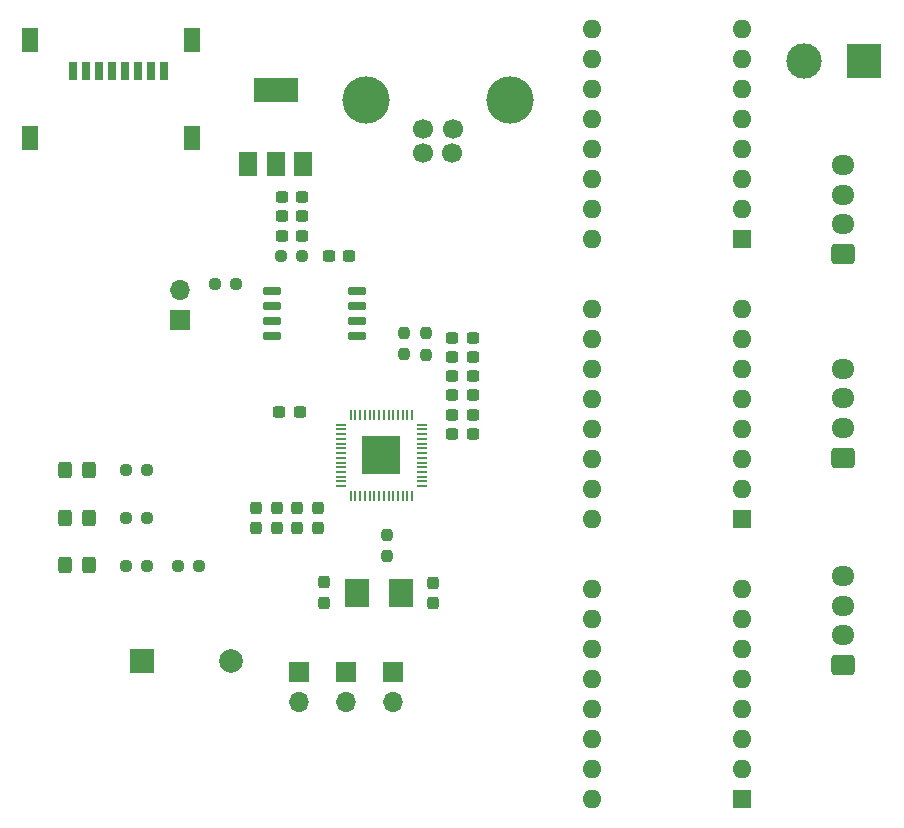
<source format=gts>
%TF.GenerationSoftware,KiCad,Pcbnew,(6.0.6)*%
%TF.CreationDate,2022-10-10T12:51:25+02:00*%
%TF.ProjectId,startrckr_pcb,73746172-7472-4636-9b72-5f7063622e6b,rev?*%
%TF.SameCoordinates,Original*%
%TF.FileFunction,Soldermask,Top*%
%TF.FilePolarity,Negative*%
%FSLAX46Y46*%
G04 Gerber Fmt 4.6, Leading zero omitted, Abs format (unit mm)*
G04 Created by KiCad (PCBNEW (6.0.6)) date 2022-10-10 12:51:25*
%MOMM*%
%LPD*%
G01*
G04 APERTURE LIST*
G04 Aperture macros list*
%AMRoundRect*
0 Rectangle with rounded corners*
0 $1 Rounding radius*
0 $2 $3 $4 $5 $6 $7 $8 $9 X,Y pos of 4 corners*
0 Add a 4 corners polygon primitive as box body*
4,1,4,$2,$3,$4,$5,$6,$7,$8,$9,$2,$3,0*
0 Add four circle primitives for the rounded corners*
1,1,$1+$1,$2,$3*
1,1,$1+$1,$4,$5*
1,1,$1+$1,$6,$7*
1,1,$1+$1,$8,$9*
0 Add four rect primitives between the rounded corners*
20,1,$1+$1,$2,$3,$4,$5,0*
20,1,$1+$1,$4,$5,$6,$7,0*
20,1,$1+$1,$6,$7,$8,$9,0*
20,1,$1+$1,$8,$9,$2,$3,0*%
G04 Aperture macros list end*
%ADD10R,1.700000X1.700000*%
%ADD11O,1.700000X1.700000*%
%ADD12RoundRect,0.237500X-0.300000X-0.237500X0.300000X-0.237500X0.300000X0.237500X-0.300000X0.237500X0*%
%ADD13RoundRect,0.237500X-0.237500X0.250000X-0.237500X-0.250000X0.237500X-0.250000X0.237500X0.250000X0*%
%ADD14RoundRect,0.237500X-0.250000X-0.237500X0.250000X-0.237500X0.250000X0.237500X-0.250000X0.237500X0*%
%ADD15RoundRect,0.237500X-0.237500X0.300000X-0.237500X-0.300000X0.237500X-0.300000X0.237500X0.300000X0*%
%ADD16RoundRect,0.050000X-0.387500X-0.050000X0.387500X-0.050000X0.387500X0.050000X-0.387500X0.050000X0*%
%ADD17RoundRect,0.050000X-0.050000X-0.387500X0.050000X-0.387500X0.050000X0.387500X-0.050000X0.387500X0*%
%ADD18R,3.200000X3.200000*%
%ADD19RoundRect,0.250000X-0.325000X-0.450000X0.325000X-0.450000X0.325000X0.450000X-0.325000X0.450000X0*%
%ADD20RoundRect,0.237500X0.237500X-0.300000X0.237500X0.300000X-0.237500X0.300000X-0.237500X-0.300000X0*%
%ADD21R,1.500000X2.000000*%
%ADD22R,3.800000X2.000000*%
%ADD23RoundRect,0.237500X0.237500X-0.250000X0.237500X0.250000X-0.237500X0.250000X-0.237500X-0.250000X0*%
%ADD24RoundRect,0.250000X0.725000X-0.600000X0.725000X0.600000X-0.725000X0.600000X-0.725000X-0.600000X0*%
%ADD25O,1.950000X1.700000*%
%ADD26R,2.000000X2.400000*%
%ADD27R,3.000000X3.000000*%
%ADD28C,3.000000*%
%ADD29RoundRect,0.150000X-0.650000X-0.150000X0.650000X-0.150000X0.650000X0.150000X-0.650000X0.150000X0*%
%ADD30R,0.800000X1.500000*%
%ADD31R,1.450000X2.000000*%
%ADD32RoundRect,0.237500X0.300000X0.237500X-0.300000X0.237500X-0.300000X-0.237500X0.300000X-0.237500X0*%
%ADD33C,1.700000*%
%ADD34C,4.000000*%
%ADD35R,1.600000X1.600000*%
%ADD36O,1.600000X1.600000*%
%ADD37R,2.000000X2.000000*%
%ADD38C,2.000000*%
G04 APERTURE END LIST*
D10*
%TO.C,J8*%
X189929056Y-115387290D03*
D11*
X189929056Y-117927290D03*
%TD*%
D12*
%TO.C,C3*%
X180536288Y-75207752D03*
X182261288Y-75207752D03*
%TD*%
D13*
%TO.C,R9*%
X192768015Y-86722869D03*
X192768015Y-88547869D03*
%TD*%
D12*
%TO.C,C8*%
X194969729Y-88724163D03*
X196694729Y-88724163D03*
%TD*%
%TO.C,C6*%
X194969729Y-87118106D03*
X196694729Y-87118106D03*
%TD*%
D14*
%TO.C,R4*%
X167330484Y-98361362D03*
X169155484Y-98361362D03*
%TD*%
D15*
%TO.C,C15*%
X181846159Y-101518990D03*
X181846159Y-103243990D03*
%TD*%
D16*
%TO.C,U1*%
X185528938Y-94491022D03*
X185528938Y-94891022D03*
X185528938Y-95291022D03*
X185528938Y-95691022D03*
X185528938Y-96091022D03*
X185528938Y-96491022D03*
X185528938Y-96891022D03*
X185528938Y-97291022D03*
X185528938Y-97691022D03*
X185528938Y-98091022D03*
X185528938Y-98491022D03*
X185528938Y-98891022D03*
X185528938Y-99291022D03*
X185528938Y-99691022D03*
D17*
X186366438Y-100528522D03*
X186766438Y-100528522D03*
X187166438Y-100528522D03*
X187566438Y-100528522D03*
X187966438Y-100528522D03*
X188366438Y-100528522D03*
X188766438Y-100528522D03*
X189166438Y-100528522D03*
X189566438Y-100528522D03*
X189966438Y-100528522D03*
X190366438Y-100528522D03*
X190766438Y-100528522D03*
X191166438Y-100528522D03*
X191566438Y-100528522D03*
D16*
X192403938Y-99691022D03*
X192403938Y-99291022D03*
X192403938Y-98891022D03*
X192403938Y-98491022D03*
X192403938Y-98091022D03*
X192403938Y-97691022D03*
X192403938Y-97291022D03*
X192403938Y-96891022D03*
X192403938Y-96491022D03*
X192403938Y-96091022D03*
X192403938Y-95691022D03*
X192403938Y-95291022D03*
X192403938Y-94891022D03*
X192403938Y-94491022D03*
D17*
X191566438Y-93653522D03*
X191166438Y-93653522D03*
X190766438Y-93653522D03*
X190366438Y-93653522D03*
X189966438Y-93653522D03*
X189566438Y-93653522D03*
X189166438Y-93653522D03*
X188766438Y-93653522D03*
X188366438Y-93653522D03*
X187966438Y-93653522D03*
X187566438Y-93653522D03*
X187166438Y-93653522D03*
X186766438Y-93653522D03*
X186366438Y-93653522D03*
D18*
X188966438Y-97091022D03*
%TD*%
D10*
%TO.C,J7*%
X185939838Y-115387290D03*
D11*
X185939838Y-117927290D03*
%TD*%
D15*
%TO.C,C12*%
X183586785Y-101518990D03*
X183586785Y-103243990D03*
%TD*%
D19*
%TO.C,D2*%
X162199138Y-102369165D03*
X164249138Y-102369165D03*
%TD*%
D14*
%TO.C,R12*%
X180452997Y-80219237D03*
X182277997Y-80219237D03*
%TD*%
D20*
%TO.C,C5*%
X193375247Y-109607782D03*
X193375247Y-107882782D03*
%TD*%
D14*
%TO.C,R11*%
X174846293Y-82608179D03*
X176671293Y-82608179D03*
%TD*%
D20*
%TO.C,C4*%
X184104057Y-109547192D03*
X184104057Y-107822192D03*
%TD*%
D21*
%TO.C,U2*%
X177699461Y-72448786D03*
D22*
X179999461Y-66148786D03*
D21*
X179999461Y-72448786D03*
X182299461Y-72448786D03*
%TD*%
D14*
%TO.C,R7*%
X171726981Y-106419691D03*
X173551981Y-106419691D03*
%TD*%
D23*
%TO.C,R10*%
X189409240Y-105629305D03*
X189409240Y-103804305D03*
%TD*%
D15*
%TO.C,C17*%
X178364909Y-101518990D03*
X178364909Y-103243990D03*
%TD*%
D14*
%TO.C,R6*%
X167330484Y-106471884D03*
X169155484Y-106471884D03*
%TD*%
D13*
%TO.C,R8*%
X190851833Y-86712502D03*
X190851833Y-88537502D03*
%TD*%
D10*
%TO.C,J5*%
X171902643Y-85602301D03*
D11*
X171902643Y-83062301D03*
%TD*%
D24*
%TO.C,J10*%
X228014114Y-114818165D03*
D25*
X228014114Y-112318165D03*
X228014114Y-109818165D03*
X228014114Y-107318165D03*
%TD*%
D26*
%TO.C,Y1*%
X190602429Y-108716144D03*
X186902429Y-108716144D03*
%TD*%
D27*
%TO.C,J4*%
X229866490Y-63704601D03*
D28*
X224786490Y-63704601D03*
%TD*%
D15*
%TO.C,C13*%
X180105534Y-101518990D03*
X180105534Y-103243990D03*
%TD*%
D10*
%TO.C,J6*%
X181950621Y-115387290D03*
D11*
X181950621Y-117927290D03*
%TD*%
D24*
%TO.C,J2*%
X228014114Y-80026201D03*
D25*
X228014114Y-77526201D03*
X228014114Y-75026201D03*
X228014114Y-72526201D03*
%TD*%
D29*
%TO.C,U3*%
X179713439Y-83189344D03*
X179713439Y-84459344D03*
X179713439Y-85729344D03*
X179713439Y-86999344D03*
X186913439Y-86999344D03*
X186913439Y-85729344D03*
X186913439Y-84459344D03*
X186913439Y-83189344D03*
%TD*%
D30*
%TO.C,J3*%
X162895000Y-64539385D03*
X163995000Y-64539385D03*
X165095000Y-64539385D03*
X166195000Y-64539385D03*
X167295000Y-64539385D03*
X168395000Y-64539385D03*
X169495000Y-64539385D03*
X170595000Y-64539385D03*
D31*
X172970000Y-70239385D03*
X172970000Y-61939385D03*
X159220000Y-70239385D03*
X159220000Y-61939385D03*
%TD*%
D12*
%TO.C,C16*%
X194969729Y-93647090D03*
X196694729Y-93647090D03*
%TD*%
%TO.C,C14*%
X194969729Y-91986483D03*
X196694729Y-91986483D03*
%TD*%
%TO.C,C9*%
X184528842Y-80226700D03*
X186253842Y-80226700D03*
%TD*%
D19*
%TO.C,D1*%
X162199138Y-98364165D03*
X164249138Y-98364165D03*
%TD*%
D32*
%TO.C,C1*%
X182246920Y-78515686D03*
X180521920Y-78515686D03*
%TD*%
D33*
%TO.C,J1*%
X192474706Y-71470124D03*
X194974706Y-71470124D03*
X195014706Y-69470124D03*
X192474706Y-69470124D03*
D34*
X199824706Y-66970124D03*
X187624706Y-66970124D03*
%TD*%
D35*
%TO.C,A2*%
X219502645Y-102478942D03*
D36*
X219502645Y-99938942D03*
X219502645Y-97398942D03*
X219502645Y-94858942D03*
X219502645Y-92318942D03*
X219502645Y-89778942D03*
X219502645Y-87238942D03*
X219502645Y-84698942D03*
X206802645Y-84698942D03*
X206802645Y-87238942D03*
X206802645Y-89778942D03*
X206802645Y-92318942D03*
X206802645Y-94858942D03*
X206802645Y-97398942D03*
X206802645Y-99938942D03*
X206802645Y-102478942D03*
%TD*%
D32*
%TO.C,C7*%
X182059810Y-93450343D03*
X180334810Y-93450343D03*
%TD*%
D12*
%TO.C,C10*%
X194969729Y-90337528D03*
X196694729Y-90337528D03*
%TD*%
D35*
%TO.C,A3*%
X219502645Y-126166442D03*
D36*
X219502645Y-123626442D03*
X219502645Y-121086442D03*
X219502645Y-118546442D03*
X219502645Y-116006442D03*
X219502645Y-113466442D03*
X219502645Y-110926442D03*
X219502645Y-108386442D03*
X206802645Y-108386442D03*
X206802645Y-110926442D03*
X206802645Y-113466442D03*
X206802645Y-116006442D03*
X206802645Y-118546442D03*
X206802645Y-121086442D03*
X206802645Y-123626442D03*
X206802645Y-126166442D03*
%TD*%
D19*
%TO.C,D3*%
X162199138Y-106374165D03*
X164249138Y-106374165D03*
%TD*%
D32*
%TO.C,C2*%
X182246612Y-76849016D03*
X180521612Y-76849016D03*
%TD*%
D24*
%TO.C,J9*%
X228014114Y-97269786D03*
D25*
X228014114Y-94769786D03*
X228014114Y-92269786D03*
X228014114Y-89769786D03*
%TD*%
D35*
%TO.C,A1*%
X219502645Y-78791442D03*
D36*
X219502645Y-76251442D03*
X219502645Y-73711442D03*
X219502645Y-71171442D03*
X219502645Y-68631442D03*
X219502645Y-66091442D03*
X219502645Y-63551442D03*
X219502645Y-61011442D03*
X206802645Y-61011442D03*
X206802645Y-63551442D03*
X206802645Y-66091442D03*
X206802645Y-68631442D03*
X206802645Y-71171442D03*
X206802645Y-73711442D03*
X206802645Y-76251442D03*
X206802645Y-78791442D03*
%TD*%
D37*
%TO.C,BZ1*%
X168655736Y-114467166D03*
D38*
X176255736Y-114467166D03*
%TD*%
D14*
%TO.C,R5*%
X167330484Y-102416623D03*
X169155484Y-102416623D03*
%TD*%
D12*
%TO.C,C11*%
X194969729Y-95292752D03*
X196694729Y-95292752D03*
%TD*%
M02*

</source>
